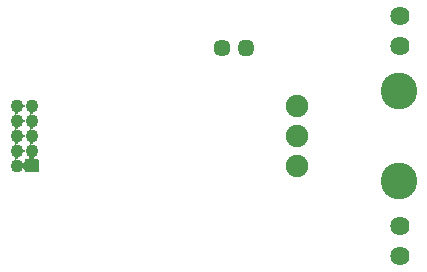
<source format=gbr>
G04 #@! TF.GenerationSoftware,KiCad,Pcbnew,(5.1.10)-1*
G04 #@! TF.CreationDate,2021-12-17T12:19:08+00:00*
G04 #@! TF.ProjectId,Updifier,55706469-6669-4657-922e-6b696361645f,rev?*
G04 #@! TF.SameCoordinates,Original*
G04 #@! TF.FileFunction,Soldermask,Bot*
G04 #@! TF.FilePolarity,Negative*
%FSLAX46Y46*%
G04 Gerber Fmt 4.6, Leading zero omitted, Abs format (unit mm)*
G04 Created by KiCad (PCBNEW (5.1.10)-1) date 2021-12-17 12:19:08*
%MOMM*%
%LPD*%
G01*
G04 APERTURE LIST*
%ADD10C,1.902000*%
%ADD11C,3.102000*%
%ADD12O,1.452000X1.452000*%
%ADD13C,1.452000*%
%ADD14C,1.102000*%
%ADD15C,1.626000*%
%ADD16C,0.100000*%
G04 APERTURE END LIST*
D10*
X176350000Y-62230000D03*
X176350000Y-59690000D03*
X176350000Y-57150000D03*
D11*
X184990000Y-63500000D03*
X184990000Y-55880000D03*
D12*
X172050000Y-52260000D03*
D13*
X170050000Y-52260000D03*
G36*
G01*
X153379000Y-61679000D02*
X154469000Y-61679000D01*
G75*
G02*
X154520000Y-61730000I0J-51000D01*
G01*
X154520000Y-62730000D01*
G75*
G02*
X154469000Y-62781000I-51000J0D01*
G01*
X153379000Y-62781000D01*
G75*
G02*
X153328000Y-62730000I0J51000D01*
G01*
X153328000Y-61730000D01*
G75*
G02*
X153379000Y-61679000I51000J0D01*
G01*
G37*
D14*
X152654000Y-62230000D03*
X153924000Y-60960000D03*
X152654000Y-60960000D03*
X153924000Y-59690000D03*
X152654000Y-59690000D03*
X153924000Y-58420000D03*
X152654000Y-58420000D03*
X153924000Y-57150000D03*
X152654000Y-57150000D03*
D15*
X185150000Y-69850000D03*
X185150000Y-67310000D03*
X185150000Y-52070000D03*
X185150000Y-49530000D03*
D16*
G36*
X153329165Y-61839105D02*
G01*
X153330000Y-61840731D01*
X153330000Y-62619269D01*
X153329000Y-62621001D01*
X153327000Y-62621001D01*
X153326010Y-62619465D01*
X153323628Y-62595278D01*
X153316628Y-62572203D01*
X153305263Y-62550939D01*
X153289968Y-62532302D01*
X153271331Y-62517007D01*
X153250067Y-62505642D01*
X153226992Y-62498642D01*
X153203001Y-62496279D01*
X153179010Y-62498642D01*
X153155935Y-62505642D01*
X153134671Y-62517007D01*
X153116034Y-62532302D01*
X153104514Y-62546340D01*
X153102642Y-62547044D01*
X153101096Y-62545776D01*
X153101305Y-62543960D01*
X153138166Y-62488793D01*
X153179350Y-62389365D01*
X153200347Y-62283808D01*
X153200347Y-62176192D01*
X153179350Y-62070635D01*
X153138166Y-61971207D01*
X153101304Y-61916038D01*
X153101173Y-61914042D01*
X153102836Y-61912931D01*
X153104513Y-61913658D01*
X153116035Y-61927698D01*
X153134672Y-61942993D01*
X153155936Y-61954358D01*
X153179011Y-61961358D01*
X153203002Y-61963721D01*
X153226993Y-61961358D01*
X153250068Y-61954358D01*
X153271332Y-61942992D01*
X153289968Y-61927697D01*
X153305263Y-61909060D01*
X153316628Y-61887796D01*
X153323628Y-61864721D01*
X153326010Y-61840535D01*
X153327175Y-61838909D01*
X153329165Y-61839105D01*
G37*
G36*
X152826906Y-61480824D02*
G01*
X152827671Y-61482672D01*
X152826631Y-61484175D01*
X152810609Y-61492738D01*
X152791972Y-61508033D01*
X152776677Y-61526670D01*
X152765312Y-61547934D01*
X152758312Y-61571009D01*
X152755949Y-61595000D01*
X152758312Y-61618991D01*
X152765312Y-61642066D01*
X152776677Y-61663330D01*
X152791972Y-61681967D01*
X152810609Y-61697262D01*
X152826631Y-61705825D01*
X152827687Y-61707524D01*
X152826744Y-61709287D01*
X152824923Y-61709437D01*
X152813365Y-61704650D01*
X152707808Y-61683653D01*
X152600192Y-61683653D01*
X152494635Y-61704650D01*
X152483077Y-61709437D01*
X152481094Y-61709176D01*
X152480329Y-61707328D01*
X152481369Y-61705825D01*
X152497391Y-61697262D01*
X152516028Y-61681967D01*
X152531323Y-61663330D01*
X152542688Y-61642066D01*
X152549688Y-61618991D01*
X152552051Y-61595000D01*
X152549688Y-61571009D01*
X152542688Y-61547934D01*
X152531323Y-61526670D01*
X152516028Y-61508033D01*
X152497391Y-61492738D01*
X152481369Y-61484175D01*
X152480313Y-61482476D01*
X152481256Y-61480713D01*
X152483077Y-61480563D01*
X152494635Y-61485350D01*
X152600192Y-61506347D01*
X152707808Y-61506347D01*
X152813365Y-61485350D01*
X152824923Y-61480563D01*
X152826906Y-61480824D01*
G37*
G36*
X154182105Y-61445534D02*
G01*
X154182870Y-61447382D01*
X154181998Y-61448784D01*
X154177670Y-61451676D01*
X154158955Y-61467035D01*
X154143660Y-61485672D01*
X154132295Y-61506935D01*
X154125295Y-61530010D01*
X154122932Y-61554001D01*
X154125295Y-61577993D01*
X154132295Y-61601068D01*
X154143660Y-61622331D01*
X154158956Y-61640968D01*
X154177593Y-61656263D01*
X154198856Y-61667628D01*
X154221931Y-61674628D01*
X154246118Y-61677010D01*
X154247744Y-61678175D01*
X154247548Y-61680165D01*
X154245922Y-61681000D01*
X153602078Y-61681000D01*
X153600346Y-61680000D01*
X153600346Y-61678000D01*
X153601882Y-61677010D01*
X153626069Y-61674628D01*
X153649144Y-61667628D01*
X153670408Y-61656263D01*
X153689045Y-61640968D01*
X153704340Y-61622331D01*
X153715705Y-61601067D01*
X153722705Y-61577992D01*
X153725068Y-61554001D01*
X153722705Y-61530010D01*
X153715705Y-61506935D01*
X153704340Y-61485671D01*
X153689045Y-61467034D01*
X153670330Y-61451676D01*
X153666002Y-61448784D01*
X153665117Y-61446990D01*
X153666228Y-61445327D01*
X153667878Y-61445273D01*
X153764635Y-61485350D01*
X153870192Y-61506347D01*
X153977808Y-61506347D01*
X154083365Y-61485350D01*
X154180122Y-61445273D01*
X154182105Y-61445534D01*
G37*
G36*
X153403287Y-60787256D02*
G01*
X153403437Y-60789077D01*
X153398650Y-60800635D01*
X153377653Y-60906192D01*
X153377653Y-61013808D01*
X153398650Y-61119365D01*
X153403437Y-61130923D01*
X153403176Y-61132906D01*
X153401328Y-61133671D01*
X153399825Y-61132631D01*
X153391262Y-61116609D01*
X153375967Y-61097972D01*
X153357330Y-61082677D01*
X153336066Y-61071312D01*
X153312991Y-61064312D01*
X153289000Y-61061949D01*
X153265009Y-61064312D01*
X153241934Y-61071312D01*
X153220670Y-61082677D01*
X153202033Y-61097972D01*
X153186738Y-61116609D01*
X153178175Y-61132631D01*
X153176476Y-61133687D01*
X153174713Y-61132744D01*
X153174563Y-61130923D01*
X153179350Y-61119365D01*
X153200347Y-61013808D01*
X153200347Y-60906192D01*
X153179350Y-60800635D01*
X153174563Y-60789077D01*
X153174824Y-60787094D01*
X153176672Y-60786329D01*
X153178175Y-60787369D01*
X153186738Y-60803391D01*
X153202033Y-60822028D01*
X153220670Y-60837323D01*
X153241934Y-60848688D01*
X153265009Y-60855688D01*
X153289000Y-60858051D01*
X153312991Y-60855688D01*
X153336066Y-60848688D01*
X153357330Y-60837323D01*
X153375967Y-60822028D01*
X153391262Y-60803391D01*
X153399825Y-60787369D01*
X153401524Y-60786313D01*
X153403287Y-60787256D01*
G37*
G36*
X154096906Y-60210824D02*
G01*
X154097671Y-60212672D01*
X154096631Y-60214175D01*
X154080609Y-60222738D01*
X154061972Y-60238033D01*
X154046677Y-60256670D01*
X154035312Y-60277934D01*
X154028312Y-60301009D01*
X154025949Y-60325000D01*
X154028312Y-60348991D01*
X154035312Y-60372066D01*
X154046677Y-60393330D01*
X154061972Y-60411967D01*
X154080609Y-60427262D01*
X154096631Y-60435825D01*
X154097687Y-60437524D01*
X154096744Y-60439287D01*
X154094923Y-60439437D01*
X154083365Y-60434650D01*
X153977808Y-60413653D01*
X153870192Y-60413653D01*
X153764635Y-60434650D01*
X153753077Y-60439437D01*
X153751094Y-60439176D01*
X153750329Y-60437328D01*
X153751369Y-60435825D01*
X153767391Y-60427262D01*
X153786028Y-60411967D01*
X153801323Y-60393330D01*
X153812688Y-60372066D01*
X153819688Y-60348991D01*
X153822051Y-60325000D01*
X153819688Y-60301009D01*
X153812688Y-60277934D01*
X153801323Y-60256670D01*
X153786028Y-60238033D01*
X153767391Y-60222738D01*
X153751369Y-60214175D01*
X153750313Y-60212476D01*
X153751256Y-60210713D01*
X153753077Y-60210563D01*
X153764635Y-60215350D01*
X153870192Y-60236347D01*
X153977808Y-60236347D01*
X154083365Y-60215350D01*
X154094923Y-60210563D01*
X154096906Y-60210824D01*
G37*
G36*
X152826906Y-60210824D02*
G01*
X152827671Y-60212672D01*
X152826631Y-60214175D01*
X152810609Y-60222738D01*
X152791972Y-60238033D01*
X152776677Y-60256670D01*
X152765312Y-60277934D01*
X152758312Y-60301009D01*
X152755949Y-60325000D01*
X152758312Y-60348991D01*
X152765312Y-60372066D01*
X152776677Y-60393330D01*
X152791972Y-60411967D01*
X152810609Y-60427262D01*
X152826631Y-60435825D01*
X152827687Y-60437524D01*
X152826744Y-60439287D01*
X152824923Y-60439437D01*
X152813365Y-60434650D01*
X152707808Y-60413653D01*
X152600192Y-60413653D01*
X152494635Y-60434650D01*
X152483077Y-60439437D01*
X152481094Y-60439176D01*
X152480329Y-60437328D01*
X152481369Y-60435825D01*
X152497391Y-60427262D01*
X152516028Y-60411967D01*
X152531323Y-60393330D01*
X152542688Y-60372066D01*
X152549688Y-60348991D01*
X152552051Y-60325000D01*
X152549688Y-60301009D01*
X152542688Y-60277934D01*
X152531323Y-60256670D01*
X152516028Y-60238033D01*
X152497391Y-60222738D01*
X152481369Y-60214175D01*
X152480313Y-60212476D01*
X152481256Y-60210713D01*
X152483077Y-60210563D01*
X152494635Y-60215350D01*
X152600192Y-60236347D01*
X152707808Y-60236347D01*
X152813365Y-60215350D01*
X152824923Y-60210563D01*
X152826906Y-60210824D01*
G37*
G36*
X153403287Y-59517256D02*
G01*
X153403437Y-59519077D01*
X153398650Y-59530635D01*
X153377653Y-59636192D01*
X153377653Y-59743808D01*
X153398650Y-59849365D01*
X153403437Y-59860923D01*
X153403176Y-59862906D01*
X153401328Y-59863671D01*
X153399825Y-59862631D01*
X153391262Y-59846609D01*
X153375967Y-59827972D01*
X153357330Y-59812677D01*
X153336066Y-59801312D01*
X153312991Y-59794312D01*
X153289000Y-59791949D01*
X153265009Y-59794312D01*
X153241934Y-59801312D01*
X153220670Y-59812677D01*
X153202033Y-59827972D01*
X153186738Y-59846609D01*
X153178175Y-59862631D01*
X153176476Y-59863687D01*
X153174713Y-59862744D01*
X153174563Y-59860923D01*
X153179350Y-59849365D01*
X153200347Y-59743808D01*
X153200347Y-59636192D01*
X153179350Y-59530635D01*
X153174563Y-59519077D01*
X153174824Y-59517094D01*
X153176672Y-59516329D01*
X153178175Y-59517369D01*
X153186738Y-59533391D01*
X153202033Y-59552028D01*
X153220670Y-59567323D01*
X153241934Y-59578688D01*
X153265009Y-59585688D01*
X153289000Y-59588051D01*
X153312991Y-59585688D01*
X153336066Y-59578688D01*
X153357330Y-59567323D01*
X153375967Y-59552028D01*
X153391262Y-59533391D01*
X153399825Y-59517369D01*
X153401524Y-59516313D01*
X153403287Y-59517256D01*
G37*
G36*
X154096906Y-58940824D02*
G01*
X154097671Y-58942672D01*
X154096631Y-58944175D01*
X154080609Y-58952738D01*
X154061972Y-58968033D01*
X154046677Y-58986670D01*
X154035312Y-59007934D01*
X154028312Y-59031009D01*
X154025949Y-59055000D01*
X154028312Y-59078991D01*
X154035312Y-59102066D01*
X154046677Y-59123330D01*
X154061972Y-59141967D01*
X154080609Y-59157262D01*
X154096631Y-59165825D01*
X154097687Y-59167524D01*
X154096744Y-59169287D01*
X154094923Y-59169437D01*
X154083365Y-59164650D01*
X153977808Y-59143653D01*
X153870192Y-59143653D01*
X153764635Y-59164650D01*
X153753077Y-59169437D01*
X153751094Y-59169176D01*
X153750329Y-59167328D01*
X153751369Y-59165825D01*
X153767391Y-59157262D01*
X153786028Y-59141967D01*
X153801323Y-59123330D01*
X153812688Y-59102066D01*
X153819688Y-59078991D01*
X153822051Y-59055000D01*
X153819688Y-59031009D01*
X153812688Y-59007934D01*
X153801323Y-58986670D01*
X153786028Y-58968033D01*
X153767391Y-58952738D01*
X153751369Y-58944175D01*
X153750313Y-58942476D01*
X153751256Y-58940713D01*
X153753077Y-58940563D01*
X153764635Y-58945350D01*
X153870192Y-58966347D01*
X153977808Y-58966347D01*
X154083365Y-58945350D01*
X154094923Y-58940563D01*
X154096906Y-58940824D01*
G37*
G36*
X152826906Y-58940824D02*
G01*
X152827671Y-58942672D01*
X152826631Y-58944175D01*
X152810609Y-58952738D01*
X152791972Y-58968033D01*
X152776677Y-58986670D01*
X152765312Y-59007934D01*
X152758312Y-59031009D01*
X152755949Y-59055000D01*
X152758312Y-59078991D01*
X152765312Y-59102066D01*
X152776677Y-59123330D01*
X152791972Y-59141967D01*
X152810609Y-59157262D01*
X152826631Y-59165825D01*
X152827687Y-59167524D01*
X152826744Y-59169287D01*
X152824923Y-59169437D01*
X152813365Y-59164650D01*
X152707808Y-59143653D01*
X152600192Y-59143653D01*
X152494635Y-59164650D01*
X152483077Y-59169437D01*
X152481094Y-59169176D01*
X152480329Y-59167328D01*
X152481369Y-59165825D01*
X152497391Y-59157262D01*
X152516028Y-59141967D01*
X152531323Y-59123330D01*
X152542688Y-59102066D01*
X152549688Y-59078991D01*
X152552051Y-59055000D01*
X152549688Y-59031009D01*
X152542688Y-59007934D01*
X152531323Y-58986670D01*
X152516028Y-58968033D01*
X152497391Y-58952738D01*
X152481369Y-58944175D01*
X152480313Y-58942476D01*
X152481256Y-58940713D01*
X152483077Y-58940563D01*
X152494635Y-58945350D01*
X152600192Y-58966347D01*
X152707808Y-58966347D01*
X152813365Y-58945350D01*
X152824923Y-58940563D01*
X152826906Y-58940824D01*
G37*
G36*
X153403287Y-58247256D02*
G01*
X153403437Y-58249077D01*
X153398650Y-58260635D01*
X153377653Y-58366192D01*
X153377653Y-58473808D01*
X153398650Y-58579365D01*
X153403437Y-58590923D01*
X153403176Y-58592906D01*
X153401328Y-58593671D01*
X153399825Y-58592631D01*
X153391262Y-58576609D01*
X153375967Y-58557972D01*
X153357330Y-58542677D01*
X153336066Y-58531312D01*
X153312991Y-58524312D01*
X153289000Y-58521949D01*
X153265009Y-58524312D01*
X153241934Y-58531312D01*
X153220670Y-58542677D01*
X153202033Y-58557972D01*
X153186738Y-58576609D01*
X153178175Y-58592631D01*
X153176476Y-58593687D01*
X153174713Y-58592744D01*
X153174563Y-58590923D01*
X153179350Y-58579365D01*
X153200347Y-58473808D01*
X153200347Y-58366192D01*
X153179350Y-58260635D01*
X153174563Y-58249077D01*
X153174824Y-58247094D01*
X153176672Y-58246329D01*
X153178175Y-58247369D01*
X153186738Y-58263391D01*
X153202033Y-58282028D01*
X153220670Y-58297323D01*
X153241934Y-58308688D01*
X153265009Y-58315688D01*
X153289000Y-58318051D01*
X153312991Y-58315688D01*
X153336066Y-58308688D01*
X153357330Y-58297323D01*
X153375967Y-58282028D01*
X153391262Y-58263391D01*
X153399825Y-58247369D01*
X153401524Y-58246313D01*
X153403287Y-58247256D01*
G37*
G36*
X154096906Y-57670824D02*
G01*
X154097671Y-57672672D01*
X154096631Y-57674175D01*
X154080609Y-57682738D01*
X154061972Y-57698033D01*
X154046677Y-57716670D01*
X154035312Y-57737934D01*
X154028312Y-57761009D01*
X154025949Y-57785000D01*
X154028312Y-57808991D01*
X154035312Y-57832066D01*
X154046677Y-57853330D01*
X154061972Y-57871967D01*
X154080609Y-57887262D01*
X154096631Y-57895825D01*
X154097687Y-57897524D01*
X154096744Y-57899287D01*
X154094923Y-57899437D01*
X154083365Y-57894650D01*
X153977808Y-57873653D01*
X153870192Y-57873653D01*
X153764635Y-57894650D01*
X153753077Y-57899437D01*
X153751094Y-57899176D01*
X153750329Y-57897328D01*
X153751369Y-57895825D01*
X153767391Y-57887262D01*
X153786028Y-57871967D01*
X153801323Y-57853330D01*
X153812688Y-57832066D01*
X153819688Y-57808991D01*
X153822051Y-57785000D01*
X153819688Y-57761009D01*
X153812688Y-57737934D01*
X153801323Y-57716670D01*
X153786028Y-57698033D01*
X153767391Y-57682738D01*
X153751369Y-57674175D01*
X153750313Y-57672476D01*
X153751256Y-57670713D01*
X153753077Y-57670563D01*
X153764635Y-57675350D01*
X153870192Y-57696347D01*
X153977808Y-57696347D01*
X154083365Y-57675350D01*
X154094923Y-57670563D01*
X154096906Y-57670824D01*
G37*
G36*
X152826906Y-57670824D02*
G01*
X152827671Y-57672672D01*
X152826631Y-57674175D01*
X152810609Y-57682738D01*
X152791972Y-57698033D01*
X152776677Y-57716670D01*
X152765312Y-57737934D01*
X152758312Y-57761009D01*
X152755949Y-57785000D01*
X152758312Y-57808991D01*
X152765312Y-57832066D01*
X152776677Y-57853330D01*
X152791972Y-57871967D01*
X152810609Y-57887262D01*
X152826631Y-57895825D01*
X152827687Y-57897524D01*
X152826744Y-57899287D01*
X152824923Y-57899437D01*
X152813365Y-57894650D01*
X152707808Y-57873653D01*
X152600192Y-57873653D01*
X152494635Y-57894650D01*
X152483077Y-57899437D01*
X152481094Y-57899176D01*
X152480329Y-57897328D01*
X152481369Y-57895825D01*
X152497391Y-57887262D01*
X152516028Y-57871967D01*
X152531323Y-57853330D01*
X152542688Y-57832066D01*
X152549688Y-57808991D01*
X152552051Y-57785000D01*
X152549688Y-57761009D01*
X152542688Y-57737934D01*
X152531323Y-57716670D01*
X152516028Y-57698033D01*
X152497391Y-57682738D01*
X152481369Y-57674175D01*
X152480313Y-57672476D01*
X152481256Y-57670713D01*
X152483077Y-57670563D01*
X152494635Y-57675350D01*
X152600192Y-57696347D01*
X152707808Y-57696347D01*
X152813365Y-57675350D01*
X152824923Y-57670563D01*
X152826906Y-57670824D01*
G37*
G36*
X153403287Y-56977256D02*
G01*
X153403437Y-56979077D01*
X153398650Y-56990635D01*
X153377653Y-57096192D01*
X153377653Y-57203808D01*
X153398650Y-57309365D01*
X153403437Y-57320923D01*
X153403176Y-57322906D01*
X153401328Y-57323671D01*
X153399825Y-57322631D01*
X153391262Y-57306609D01*
X153375967Y-57287972D01*
X153357330Y-57272677D01*
X153336066Y-57261312D01*
X153312991Y-57254312D01*
X153289000Y-57251949D01*
X153265009Y-57254312D01*
X153241934Y-57261312D01*
X153220670Y-57272677D01*
X153202033Y-57287972D01*
X153186738Y-57306609D01*
X153178175Y-57322631D01*
X153176476Y-57323687D01*
X153174713Y-57322744D01*
X153174563Y-57320923D01*
X153179350Y-57309365D01*
X153200347Y-57203808D01*
X153200347Y-57096192D01*
X153179350Y-56990635D01*
X153174563Y-56979077D01*
X153174824Y-56977094D01*
X153176672Y-56976329D01*
X153178175Y-56977369D01*
X153186738Y-56993391D01*
X153202033Y-57012028D01*
X153220670Y-57027323D01*
X153241934Y-57038688D01*
X153265009Y-57045688D01*
X153289000Y-57048051D01*
X153312991Y-57045688D01*
X153336066Y-57038688D01*
X153357330Y-57027323D01*
X153375967Y-57012028D01*
X153391262Y-56993391D01*
X153399825Y-56977369D01*
X153401524Y-56976313D01*
X153403287Y-56977256D01*
G37*
M02*

</source>
